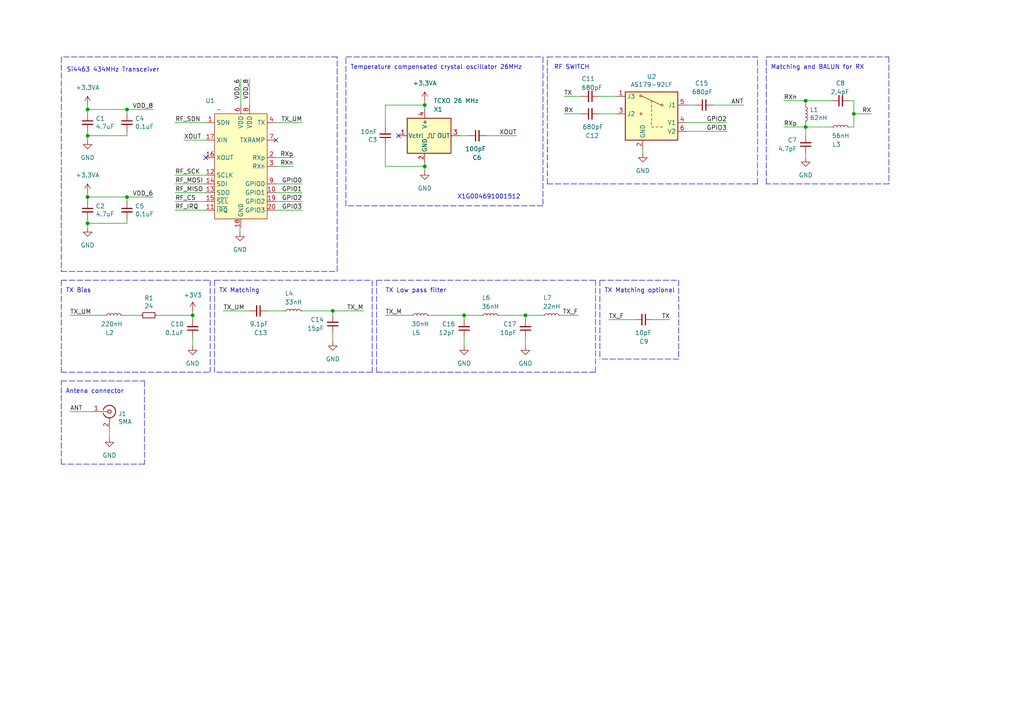
<source format=kicad_sch>
(kicad_sch (version 20211123) (generator eeschema)
  (paper "A4")
  (lib_symbols
    (symbol "Connector:Conn_Coaxial" (pin_names (offset 1.016) hide)
      (property "Reference" "J" (at 0.254 3.048 0))
      (property "Value" "Conn_Coaxial" (at 2.921 0 90))
      (symbol "Conn_Coaxial_0_1"
        (arc (start -1.778 -0.508) (mid 0.2311 -1.8066) (end 1.778 0) (stroke (width 0.254)))
        (polyline (pts (xy -2.54 0) (xy -0.508 0)))
        (polyline (pts (xy 0 -2.54) (xy 0 -1.778)))
        (circle (center 0 0) (radius 0.508) (stroke (width 0.2032)))
        (arc (start 1.778 0) (mid 0.2099 1.8101) (end -1.778 0.508) (stroke (width 0.254)))
      )
      (symbol "Conn_Coaxial_1_1"
        (pin passive line (at -5.08 0 0) (length 2.54) (name "In") (number "1"))
        (pin passive line (at 0 -5.08 90) (length 2.54) (name "Ext") (number "2"))
      )
    )
    (symbol "Device:C_Small" (pin_numbers hide) (pin_names (offset 0.254) hide)
      (property "Reference" "C" (at 0.254 1.778 0))
      (property "Value" "C_Small" (at 0.254 -2.032 0))
      (symbol "C_Small_0_1"
        (polyline (pts (xy -1.524 -0.508) (xy 1.524 -0.508)) (stroke (width 0.3302)))
        (polyline (pts (xy -1.524 0.508) (xy 1.524 0.508)) (stroke (width 0.3048)))
      )
      (symbol "C_Small_1_1"
        (pin passive line (at 0 2.54 270) (length 2.032) (name "~") (number "1"))
        (pin passive line (at 0 -2.54 90) (length 2.032) (name "~") (number "2"))
      )
    )
    (symbol "Device:L_Small" (pin_numbers hide) (pin_names (offset 0.254) hide)
      (property "Reference" "L" (at 0.762 1.016 0))
      (property "Value" "L_Small" (at 0.762 -1.016 0))
      (symbol "L_Small_0_1"
        (arc (start 0 -2.032) (mid 0.508 -1.524) (end 0 -1.016))
        (arc (start 0 -1.016) (mid 0.508 -0.508) (end 0 0))
        (arc (start 0 0) (mid 0.508 0.508) (end 0 1.016))
        (arc (start 0 1.016) (mid 0.508 1.524) (end 0 2.032))
      )
      (symbol "L_Small_1_1"
        (pin passive line (at 0 2.54 270) (length 0.508) (name "~") (number "1"))
        (pin passive line (at 0 -2.54 90) (length 0.508) (name "~") (number "2"))
      )
    )
    (symbol "Device:R_Small" (pin_numbers hide) (pin_names (offset 0.254) hide)
      (property "Reference" "R" (at 0.762 0.508 0))
      (property "Value" "R_Small" (at 0.762 -1.016 0))
      (symbol "R_Small_0_1"
        (rectangle (start -0.762 1.778) (end 0.762 -1.778) (stroke (width 0.2032)))
      )
      (symbol "R_Small_1_1"
        (pin passive line (at 0 2.54 270) (length 0.762) (name "~") (number "1"))
        (pin passive line (at 0 -2.54 90) (length 0.762) (name "~") (number "2"))
      )
    )
    (symbol "Oscillator:DFA-S15" (pin_names (offset 0.254))
      (property "Reference" "X" (at -5.08 6.35 0))
      (property "Value" "DFA-S15" (at 1.27 -6.35 0))
      (symbol "DFA-S15_0_1"
        (rectangle (start -5.08 5.08) (end 7.62 -5.08) (stroke (width 0.254)) (fill (type background)))
        (polyline (pts (xy 0.635 -0.635) (xy 1.27 -0.635) (xy 1.27 0.635) (xy 1.905 0.635) (xy 1.905 -0.635) (xy 2.54 -0.635) (xy 2.54 0.635) (xy 3.175 0.635)))
      )
      (symbol "DFA-S15_1_1"
        (pin input line (at -7.62 0 0) (length 2.54) (name "Vctrl") (number "1"))
        (pin power_in line (at 0 -7.62 90) (length 2.54) (name "GND") (number "2"))
        (pin output line (at 10.16 0 180) (length 2.54) (name "OUT") (number "3"))
        (pin power_in line (at 0 7.62 270) (length 2.54) (name "V+") (number "4"))
      )
    )
    (symbol "RF:Si4463"
      (property "Reference" "U" (at -6.35 16.51 0))
      (property "Value" "Si4463" (at 6.35 16.51 0))
      (symbol "Si4463_0_1"
        (rectangle (start -7.62 15.24) (end 7.62 -15.24) (fill (type background)))
        (rectangle (start 10.16 -15.24) (end 10.16 -15.24))
      )
      (symbol "Si4463_1_1"
        (pin input line (at -10.16 12.7 0) (length 2.54) (name "SDN") (number "1"))
        (pin bidirectional line (at 10.16 -7.62 180) (length 2.54) (name "GPIO1") (number "10"))
        (pin open_collector line (at -10.16 -12.7 0) (length 2.54) (name "~{IRQ}") (number "11"))
        (pin input line (at -10.16 -2.54 0) (length 2.54) (name "SCLK") (number "12"))
        (pin output line (at -10.16 -7.62 0) (length 2.54) (name "SDO") (number "13"))
        (pin input line (at -10.16 -5.08 0) (length 2.54) (name "SDI") (number "14"))
        (pin input line (at -10.16 -10.16 0) (length 2.54) (name "~{SEL}") (number "15"))
        (pin passive line (at -10.16 2.54 0) (length 2.54) (name "XOUT") (number "16"))
        (pin input line (at -10.16 7.62 0) (length 2.54) (name "XIN") (number "17"))
        (pin power_in line (at 0 -17.78 90) (length 2.54) (name "GND") (number "18"))
        (pin bidirectional line (at 10.16 -10.16 180) (length 2.54) (name "GPIO2") (number "19"))
        (pin input line (at 10.16 2.54 180) (length 2.54) (name "RXp") (number "2"))
        (pin bidirectional line (at 10.16 -12.7 180) (length 2.54) (name "GPIO3") (number "20"))
        (pin power_in line (at 0 -17.78 90) (length 2.54) hide (name "GND") (number "21"))
        (pin input line (at 10.16 0 180) (length 2.54) (name "RXn") (number "3"))
        (pin output line (at 10.16 12.7 180) (length 2.54) (name "TX") (number "4"))
        (pin no_connect line (at 7.62 -15.24 180) (length 2.54) hide (name "NC") (number "5"))
        (pin power_in line (at 0 17.78 270) (length 2.54) (name "VDD") (number "6"))
        (pin output line (at 10.16 7.62 180) (length 2.54) (name "TXRAMP") (number "7"))
        (pin power_in line (at 2.54 17.78 270) (length 2.54) (name "VDD") (number "8"))
        (pin bidirectional line (at 10.16 -5.08 180) (length 2.54) (name "GPIO0") (number "9"))
      )
    )
    (symbol "RF_Switch:AS179-92LF"
      (property "Reference" "U" (at -7.62 7.62 0))
      (property "Value" "AS179-92LF" (at 2.54 7.62 0))
      (symbol "AS179-92LF_1_1"
        (circle (center -3.048 2.54) (radius 0.2794))
        (polyline (pts (xy -3.175 -3.81) (xy -2.54 -3.81)))
        (polyline (pts (xy -2.794 2.54) (xy 2.921 5.207)))
        (polyline (pts (xy -1.905 -3.81) (xy -1.27 -3.81)))
        (polyline (pts (xy -0.635 -3.81) (xy 0 -3.81)))
        (polyline (pts (xy 0 -3.175) (xy 0 -2.54)))
        (polyline (pts (xy 0 -1.905) (xy 0 -1.27)))
        (polyline (pts (xy 0 -0.635) (xy 0 0)))
        (polyline (pts (xy 0 0.635) (xy 0 1.27)))
        (polyline (pts (xy 0 1.905) (xy 0 2.54)))
        (polyline (pts (xy 0 3.175) (xy 0 3.81)))
        (circle (center 3.048 0) (radius 0.2794))
        (circle (center 3.175 5.207) (radius 0.2794))
        (rectangle (start 7.62 -7.62) (end -7.62 6.35) (stroke (width 0.254)) (fill (type background)))
        (pin passive line (at 10.16 5.08 180) (length 2.54) (name "J3") (number "1"))
        (pin power_in line (at 2.54 -10.16 90) (length 2.54) (name "GND") (number "2"))
        (pin passive line (at 10.16 0 180) (length 2.54) (name "J2") (number "3"))
        (pin input line (at -10.16 -2.54 0) (length 2.54) (name "V1") (number "4"))
        (pin passive line (at -10.16 2.54 0) (length 2.54) (name "J1") (number "5"))
        (pin input line (at -10.16 -5.08 0) (length 2.54) (name "V2") (number "6"))
      )
    )
    (symbol "power:+3.3V" (power) (pin_names (offset 0))
      (property "Value" "+3.3V" (at 0 3.556 0))
      (symbol "+3.3V_0_1"
        (polyline (pts (xy -0.762 1.27) (xy 0 2.54)))
        (polyline (pts (xy 0 0) (xy 0 2.54)))
        (polyline (pts (xy 0 2.54) (xy 0.762 1.27)))
      )
      (symbol "+3.3V_1_1"
        (pin power_in line (at 0 0 90) (length 0) hide (name "+3V3") (number "1"))
      )
    )
    (symbol "power:+3.3VA" (power) (pin_names (offset 0))
      (property "Value" "+3.3VA" (at 0 3.556 0))
      (symbol "+3.3VA_0_1"
        (polyline (pts (xy -0.762 1.27) (xy 0 2.54)))
        (polyline (pts (xy 0 0) (xy 0 2.54)))
        (polyline (pts (xy 0 2.54) (xy 0.762 1.27)))
      )
      (symbol "+3.3VA_1_1"
        (pin power_in line (at 0 0 90) (length 0) hide (name "+3.3VA") (number "1"))
      )
    )
    (symbol "power:GND" (power) (pin_names (offset 0))
      (property "Value" "GND" (at 0 -3.81 0))
      (symbol "GND_0_1"
        (polyline (pts (xy 0 0) (xy 0 -1.27) (xy 1.27 -1.27) (xy 0 -2.54) (xy -1.27 -1.27) (xy 0 -1.27)))
      )
      (symbol "GND_1_1"
        (pin power_in line (at 0 0 270) (length 0) hide (name "GND") (number "1"))
      )
    )
  )
  (junction (at 25.4 39.37))
  (junction (at 233.68 36.83))
  (junction (at 123.19 30.48))
  (junction (at 55.88 91.44))
  (junction (at 25.4 57.15))
  (junction (at 36.83 57.15))
  (junction (at 247.65 33.02))
  (junction (at 25.4 64.77))
  (junction (at 25.4 31.75))
  (junction (at 152.4 91.44))
  (junction (at 123.19 48.26))
  (junction (at 233.68 29.21))
  (junction (at 36.83 31.75))
  (junction (at 96.52 90.17))
  (junction (at 134.62 91.44))
  (no_connect (at 59.69 45.72))
  (no_connect (at 115.57 39.37))
  (no_connect (at 80.01 40.64))
  (polyline (pts (xy 222.25 53.34) (xy 222.25 16.51)))
  (polyline (pts (xy 173.99 81.28) (xy 173.99 104.14)))
  (wire (pts (xy 111.76 48.26) (xy 111.76 41.91)))
  (polyline (pts (xy 62.23 81.28) (xy 107.95 81.28)))
  (wire (pts (xy 201.676 30.48) (xy 199.136 30.48)))
  (wire (pts (xy 96.52 99.06) (xy 96.52 96.52)))
  (wire (pts (xy 233.68 29.21) (xy 233.68 30.48)))
  (wire (pts (xy 233.68 39.37) (xy 233.68 36.83)))
  (wire (pts (xy 25.4 39.37) (xy 25.4 40.64)))
  (wire (pts (xy 178.816 27.94) (xy 173.736 27.94)))
  (wire (pts (xy 168.656 33.02) (xy 163.576 33.02)))
  (polyline (pts (xy 109.22 81.28) (xy 109.22 107.95)))
  (polyline (pts (xy 17.78 110.49) (xy 41.91 110.49)))
  (polyline (pts (xy 100.33 59.69) (xy 100.33 16.51)))
  (wire (pts (xy 55.88 90.17) (xy 55.88 91.44)))
  (polyline (pts (xy 257.81 16.51) (xy 257.81 53.34)))
  (polyline (pts (xy 62.23 81.28) (xy 62.23 107.95)))
  (wire (pts (xy 80.01 35.56) (xy 87.63 35.56)))
  (wire (pts (xy 206.756 30.48) (xy 215.646 30.48)))
  (polyline (pts (xy 17.78 107.95) (xy 60.96 107.95)))
  (wire (pts (xy 241.3 29.21) (xy 233.68 29.21)))
  (polyline (pts (xy 196.85 104.14) (xy 173.99 104.14)))
  (wire (pts (xy 227.33 36.83) (xy 233.68 36.83)))
  (wire (pts (xy 123.19 49.53) (xy 123.19 48.26)))
  (wire (pts (xy 20.32 91.44) (xy 30.48 91.44)))
  (polyline (pts (xy 222.25 16.51) (xy 257.81 16.51)))
  (wire (pts (xy 157.48 91.44) (xy 152.4 91.44)))
  (polyline (pts (xy 41.91 110.49) (xy 41.91 134.62)))
  (wire (pts (xy 80.01 60.96) (xy 87.63 60.96)))
  (wire (pts (xy 199.136 35.56) (xy 210.82 35.56)))
  (wire (pts (xy 50.8 55.88) (xy 59.69 55.88)))
  (wire (pts (xy 189.23 92.71) (xy 194.31 92.71)))
  (wire (pts (xy 69.85 22.86) (xy 69.85 30.48)))
  (wire (pts (xy 50.8 53.34) (xy 59.69 53.34)))
  (polyline (pts (xy 100.33 16.51) (xy 157.48 16.51)))
  (wire (pts (xy 184.15 92.71) (xy 176.53 92.71)))
  (polyline (pts (xy 257.81 53.34) (xy 222.25 53.34)))
  (wire (pts (xy 246.38 36.83) (xy 247.65 36.83)))
  (wire (pts (xy 168.656 27.94) (xy 163.576 27.94)))
  (wire (pts (xy 50.8 50.8) (xy 59.69 50.8)))
  (wire (pts (xy 233.68 36.83) (xy 241.3 36.83)))
  (wire (pts (xy 55.88 100.33) (xy 55.88 97.79)))
  (wire (pts (xy 80.01 53.34) (xy 87.63 53.34)))
  (wire (pts (xy 144.78 91.44) (xy 152.4 91.44)))
  (polyline (pts (xy 60.96 81.28) (xy 60.96 107.95)))
  (wire (pts (xy 25.4 57.15) (xy 36.83 57.15)))
  (wire (pts (xy 186.436 44.45) (xy 186.436 43.18)))
  (polyline (pts (xy 17.78 16.51) (xy 17.78 78.74)))
  (wire (pts (xy 25.4 39.37) (xy 36.83 39.37)))
  (wire (pts (xy 72.39 22.86) (xy 72.39 30.48)))
  (wire (pts (xy 53.34 40.64) (xy 59.69 40.64)))
  (wire (pts (xy 123.19 46.99) (xy 123.19 48.26)))
  (wire (pts (xy 247.65 33.02) (xy 247.65 29.21)))
  (wire (pts (xy 55.88 91.44) (xy 55.88 92.71)))
  (polyline (pts (xy 97.79 78.74) (xy 97.79 16.51)))
  (wire (pts (xy 247.65 29.21) (xy 246.38 29.21)))
  (polyline (pts (xy 219.71 53.34) (xy 219.71 16.51)))
  (polyline (pts (xy 107.95 81.28) (xy 107.95 107.95)))
  (wire (pts (xy 152.4 91.44) (xy 152.4 92.71)))
  (wire (pts (xy 80.01 45.72) (xy 85.09 45.72)))
  (wire (pts (xy 36.83 57.15) (xy 36.83 58.42)))
  (polyline (pts (xy 41.91 134.62) (xy 17.78 134.62)))
  (wire (pts (xy 25.4 55.88) (xy 25.4 57.15)))
  (wire (pts (xy 124.46 91.44) (xy 134.62 91.44)))
  (wire (pts (xy 87.63 90.17) (xy 96.52 90.17)))
  (polyline (pts (xy 172.72 107.95) (xy 172.72 81.28)))
  (wire (pts (xy 162.56 91.44) (xy 167.64 91.44)))
  (wire (pts (xy 227.33 29.21) (xy 233.68 29.21)))
  (wire (pts (xy 50.8 58.42) (xy 59.69 58.42)))
  (polyline (pts (xy 158.75 53.34) (xy 219.71 53.34)))
  (wire (pts (xy 152.4 100.33) (xy 152.4 97.79)))
  (wire (pts (xy 25.4 31.75) (xy 25.4 33.02)))
  (wire (pts (xy 135.89 39.37) (xy 133.35 39.37)))
  (polyline (pts (xy 157.48 16.51) (xy 157.48 59.69)))
  (wire (pts (xy 25.4 30.48) (xy 25.4 31.75)))
  (wire (pts (xy 40.64 91.44) (xy 35.56 91.44)))
  (wire (pts (xy 44.45 31.75) (xy 36.83 31.75)))
  (wire (pts (xy 69.596 67.31) (xy 69.596 66.04)))
  (wire (pts (xy 25.4 64.77) (xy 36.83 64.77)))
  (wire (pts (xy 25.4 38.1) (xy 25.4 39.37)))
  (polyline (pts (xy 17.78 78.74) (xy 97.79 78.74)))
  (wire (pts (xy 31.75 127) (xy 31.75 124.46)))
  (wire (pts (xy 199.136 38.1) (xy 210.82 38.1)))
  (wire (pts (xy 134.62 91.44) (xy 134.62 92.71)))
  (wire (pts (xy 44.45 57.15) (xy 36.83 57.15)))
  (wire (pts (xy 25.4 63.5) (xy 25.4 64.77)))
  (wire (pts (xy 140.97 39.37) (xy 149.86 39.37)))
  (wire (pts (xy 77.47 90.17) (xy 82.55 90.17)))
  (polyline (pts (xy 107.95 107.95) (xy 62.23 107.95)))
  (wire (pts (xy 123.19 48.26) (xy 111.76 48.26)))
  (wire (pts (xy 80.01 48.26) (xy 85.09 48.26)))
  (polyline (pts (xy 173.99 81.28) (xy 196.85 81.28)))
  (wire (pts (xy 36.83 64.77) (xy 36.83 63.5)))
  (polyline (pts (xy 158.75 16.51) (xy 219.71 16.51)))
  (wire (pts (xy 247.65 33.02) (xy 252.73 33.02)))
  (wire (pts (xy 45.72 91.44) (xy 55.88 91.44)))
  (wire (pts (xy 72.39 90.17) (xy 64.77 90.17)))
  (wire (pts (xy 123.19 30.48) (xy 111.76 30.48)))
  (wire (pts (xy 173.736 33.02) (xy 178.816 33.02)))
  (wire (pts (xy 111.76 30.48) (xy 111.76 36.83)))
  (polyline (pts (xy 17.78 81.28) (xy 17.78 107.95)))
  (polyline (pts (xy 97.79 16.51) (xy 17.78 16.51)))
  (wire (pts (xy 80.01 58.42) (xy 87.63 58.42)))
  (wire (pts (xy 50.8 35.56) (xy 59.69 35.56)))
  (wire (pts (xy 25.4 64.77) (xy 25.4 66.04)))
  (wire (pts (xy 36.83 31.75) (xy 36.83 33.02)))
  (wire (pts (xy 233.68 45.72) (xy 233.68 44.45)))
  (wire (pts (xy 80.01 55.88) (xy 87.63 55.88)))
  (wire (pts (xy 96.52 90.17) (xy 105.41 90.17)))
  (wire (pts (xy 134.62 100.33) (xy 134.62 97.79)))
  (polyline (pts (xy 196.85 81.28) (xy 196.85 104.14)))
  (polyline (pts (xy 158.75 53.34) (xy 158.75 16.51)))
  (polyline (pts (xy 17.78 81.28) (xy 60.96 81.28)))
  (wire (pts (xy 26.67 119.38) (xy 20.32 119.38)))
  (polyline (pts (xy 157.48 59.69) (xy 100.33 59.69)))
  (polyline (pts (xy 109.22 107.95) (xy 172.72 107.95)))
  (wire (pts (xy 123.19 29.21) (xy 123.19 30.48)))
  (wire (pts (xy 96.52 91.44) (xy 96.52 90.17)))
  (wire (pts (xy 111.76 91.44) (xy 119.38 91.44)))
  (polyline (pts (xy 17.78 134.62) (xy 17.78 110.49)))
  (wire (pts (xy 123.19 30.48) (xy 123.19 31.75)))
  (wire (pts (xy 247.65 36.83) (xy 247.65 33.02)))
  (polyline (pts (xy 109.22 81.28) (xy 172.72 81.28)))
  (wire (pts (xy 139.7 91.44) (xy 134.62 91.44)))
  (wire (pts (xy 233.68 36.83) (xy 233.68 35.56)))
  (wire (pts (xy 25.4 31.75) (xy 36.83 31.75)))
  (wire (pts (xy 50.8 60.96) (xy 59.69 60.96)))
  (wire (pts (xy 25.4 57.15) (xy 25.4 58.42)))
  (wire (pts (xy 36.83 39.37) (xy 36.83 38.1)))
  (text "Si4463 434MHz Transceiver" (at 19.304 21.082 0) (effects (font (size 1.27 1.27)) (justify left bottom)))
  (text "Temperature compensated crystal oscillator 26MHz" (at 101.6 20.32 0) (effects (font (size 1.27 1.27)) (justify left bottom)))
  (text "TX Bias" (at 19.05 85.09 0) (effects (font (size 1.27 1.27)) (justify left bottom)))
  (text "RF SWITCH\n" (at 160.655 20.32 0) (effects (font (size 1.27 1.27)) (justify left bottom)))
  (text "Antena connector" (at 19.05 114.3 0) (effects (font (size 1.27 1.27)) (justify left bottom)))
  (text "TX Low pass filter" (at 111.76 85.09 0) (effects (font (size 1.27 1.27)) (justify left bottom)))
  (text "Matching and BALUN for RX" (at 223.52 20.32 0) (effects (font (size 1.27 1.27)) (justify left bottom)))
  (text "X1G004691001512\n" (at 132.588 57.912 0) (effects (font (size 1.27 1.27)) (justify left bottom)))
  (text "TX Matching" (at 63.5 85.09 0) (effects (font (size 1.27 1.27)) (justify left bottom)))
  (text "TX Matching optional" (at 175.26 85.09 0) (effects (font (size 1.27 1.27)) (justify left bottom)))
  (label "TX" (at 163.576 27.94 0))
  (label "GPIO1" (at 87.63 55.88 180))
  (label "RF_SDN" (at 50.8 35.56 0))
  (label "TX" (at 194.31 92.71 180))
  (label "TX_F" (at 176.53 92.71 0))
  (label "VDD_8" (at 44.45 31.75 180))
  (label "TX_UM" (at 20.32 91.44 0))
  (label "RF_CS" (at 50.8 58.42 0))
  (label "RXn" (at 227.33 29.21 0))
  (label "GPIO0" (at 87.63 53.34 180))
  (label "RXp" (at 85.09 45.72 180))
  (label "VDD_6" (at 69.85 22.86 270))
  (label "ANT" (at 215.646 30.48 180))
  (label "XOUT" (at 149.86 39.37 180))
  (label "RXp" (at 227.33 36.83 0))
  (label "RF_MOSI" (at 50.8 53.34 0))
  (label "RX" (at 163.576 33.02 0))
  (label "TX_UM" (at 87.63 35.56 180))
  (label "TX_F" (at 167.64 91.44 180))
  (label "RX" (at 252.73 33.02 180))
  (label "RF_IRQ" (at 50.8 60.96 0))
  (label "XOUT" (at 53.34 40.64 0))
  (label "GPIO3" (at 210.82 38.1 180))
  (label "TX_M" (at 105.41 90.17 180))
  (label "GPIO2" (at 210.82 35.56 180))
  (label "VDD_6" (at 44.45 57.15 180))
  (label "VDD_8" (at 72.39 22.86 270))
  (label "RXn" (at 85.09 48.26 180))
  (label "TX_UM" (at 64.77 90.17 0))
  (label "TX_M" (at 111.76 91.44 0))
  (label "RF_SCK" (at 50.8 50.8 0))
  (label "GPIO2" (at 87.63 58.42 180))
  (label "ANT" (at 20.32 119.38 0))
  (label "RF_MISO" (at 50.8 55.88 0))
  (label "GPIO3" (at 87.63 60.96 180))
  (symbol (lib_id "Device:C_Small") (at 138.43 39.37 90) (unit 1)
    (property "Reference" "C6" (at 139.7 45.72 90) (effects (justify left)))
    (property "Value" "100pF" (at 140.97 43.18 90) (effects (justify left)))
    (property "Footprint" "Capacitor_SMD:C_0402_1005Metric" (effects hide))
  )
  (symbol (lib_id "Device:C_Small") (at 96.52 93.98 180) (unit 1)
    (property "Reference" "C14" (at 93.98 92.71 0) (effects (justify left)))
    (property "Value" "15pF" (at 93.98 95.25 0) (effects (justify left)))
    (property "Footprint" "Capacitor_SMD:C_0402_1005Metric" (effects hide))
  )
  (symbol (lib_id "Device:C_Small") (at 111.76 39.37 180) (unit 1)
    (property "Reference" "C3" (at 109.4232 40.5384 0) (effects (justify left)))
    (property "Value" "10nF" (at 109.4232 38.227 0) (effects (justify left)))
    (property "Footprint" "Capacitor_SMD:C_0402_1005Metric" (effects hide))
  )
  (symbol (lib_id "Device:C_Small") (at 25.4 35.56 0) (unit 1)
    (property "Reference" "C1" (at 27.7368 34.3916 0) (effects (justify left)))
    (property "Value" "4.7uF" (at 27.7368 36.703 0) (effects (justify left)))
    (property "Footprint" "Capacitor_SMD:C_0603_1608Metric" (effects hide))
  )
  (symbol (lib_id "power:GND") (at 233.68 45.72 0) (unit 1)
    (property "Reference" "#PWR0103" (effects hide))
    (property "Value" "GND" (at 233.68 50.8 0))
  )
  (symbol (lib_id "power:+3.3VA") (at 123.19 29.21 0) (unit 1)
    (property "Reference" "#PWR?" (effects hide))
    (property "Value" "+3.3VA" (at 123.19 24.13 0))
  )
  (symbol (lib_id "Device:C_Small") (at 233.68 41.91 180) (unit 1)
    (property "Reference" "C7" (at 231.14 40.64 0) (effects (justify left)))
    (property "Value" "4.7pF" (at 231.14 43.18 0) (effects (justify left)))
    (property "Footprint" "Capacitor_SMD:C_0402_1005Metric" (effects hide))
  )
  (symbol (lib_id "Device:C_Small") (at 171.196 33.02 90) (unit 1)
    (property "Reference" "C12" (at 173.736 39.37 90) (effects (justify left)))
    (property "Value" "680pF" (at 175.006 36.83 90) (effects (justify left)))
    (property "Footprint" "Capacitor_SMD:C_0402_1005Metric" (effects hide))
  )
  (symbol (lib_id "power:GND") (at 25.4 40.64 0) (unit 1)
    (property "Reference" "#PWR0107" (effects hide))
    (property "Value" "GND" (at 25.4 45.72 0))
  )
  (symbol (lib_id "Device:L_Small") (at 160.02 91.44 90) (unit 1)
    (property "Reference" "L7" (at 160.02 86.36 90) (effects (justify left)))
    (property "Value" "22nH" (at 162.56 88.9 90) (effects (justify left)))
    (property "Footprint" "Inductor_SMD:L_0402_1005Metric" (effects hide))
  )
  (symbol (lib_id "Device:C_Small") (at 36.83 35.56 0) (unit 1)
    (property "Reference" "C4" (at 39.1668 34.3916 0) (effects (justify left)))
    (property "Value" "0.1uF" (at 39.1668 36.703 0) (effects (justify left)))
    (property "Footprint" "Capacitor_SMD:C_0402_1005Metric" (effects hide))
  )
  (symbol (lib_id "power:GND") (at 25.4 66.04 0) (unit 1)
    (property "Reference" "#PWR0109" (effects hide))
    (property "Value" "GND" (at 25.4 71.12 0))
  )
  (symbol (lib_id "Device:L_Small") (at 243.84 36.83 90) (unit 1)
    (property "Reference" "L3" (at 243.84 41.91 90) (effects (justify left)))
    (property "Value" "56nH" (at 246.38 39.37 90) (effects (justify left)))
    (property "Footprint" "Inductor_SMD:L_0402_1005Metric" (effects hide))
  )
  (symbol (lib_id "Device:C_Small") (at 134.62 95.25 180) (unit 1)
    (property "Reference" "C16" (at 132.08 93.98 0) (effects (justify left)))
    (property "Value" "12pF" (at 132.08 96.52 0) (effects (justify left)))
    (property "Footprint" "Capacitor_SMD:C_0402_1005Metric" (effects hide))
  )
  (symbol (lib_id "Device:C_Small") (at 152.4 95.25 180) (unit 1)
    (property "Reference" "C17" (at 149.86 93.98 0) (effects (justify left)))
    (property "Value" "10pF" (at 149.86 96.52 0) (effects (justify left)))
    (property "Footprint" "Capacitor_SMD:C_0402_1005Metric" (effects hide))
  )
  (symbol (lib_id "Device:C_Small") (at 25.4 60.96 0) (unit 1)
    (property "Reference" "C2" (at 27.7368 59.7916 0) (effects (justify left)))
    (property "Value" "4.7uF" (at 27.7368 62.103 0) (effects (justify left)))
    (property "Footprint" "Capacitor_SMD:C_0603_1608Metric" (effects hide))
  )
  (symbol (lib_id "RF:Si4463") (at 69.85 48.26 0) (unit 1)
    (property "Reference" "U1" (at 60.96 29.21 0))
    (property "Value" "~" (at 63.5 31.75 0))
    (property "Datasheet" "https://www.silabs.com/documents/public/data-sheets/Si4464-63-61-60.pdf" (effects hide))
  )
  (symbol (lib_id "Device:C_Small") (at 55.88 95.25 180) (unit 1)
    (property "Reference" "C10" (at 53.34 93.98 0) (effects (justify left)))
    (property "Value" "0.1uF" (at 53.34 96.52 0) (effects (justify left)))
    (property "Footprint" "Capacitor_SMD:C_0402_1005Metric" (effects hide))
  )
  (symbol (lib_id "power:GND") (at 96.52 99.06 0) (unit 1)
    (property "Reference" "#PWR0102" (effects hide))
    (property "Value" "GND" (at 96.52 104.14 0))
  )
  (symbol (lib_id "Oscillator:DFA-S15") (at 123.19 39.37 0) (unit 1)
    (property "Reference" "X1" (at 125.73 31.75 0) (effects (justify left)))
    (property "Value" "TCXO 26 MHz" (at 125.73 29.21 0) (effects (justify left)))
    (property "Footprint" "Crystal:Crystal_SMD_2016-4Pin_2.0x1.6mm" (effects hide))
    (property "Datasheet" "http://www.metatech.com.hk/product/fordahl/pdf/2002%20TCXO%20Page%2043-58.pdf" (effects hide))
  )
  (symbol (lib_id "power:GND") (at 69.596 67.31 0) (unit 1)
    (property "Reference" "#PWR0115" (effects hide))
    (property "Value" "GND" (at 69.596 72.39 0))
  )
  (symbol (lib_id "Device:L_Small") (at 121.92 91.44 90) (unit 1)
    (property "Reference" "L5" (at 121.92 96.52 90) (effects (justify left)))
    (property "Value" "30nH" (at 124.46 93.98 90) (effects (justify left)))
    (property "Footprint" "Inductor_SMD:L_0402_1005Metric" (effects hide))
  )
  (symbol (lib_id "power:GND") (at 186.436 44.45 0) (unit 1)
    (property "Reference" "#PWR0101" (effects hide))
    (property "Value" "GND" (at 186.436 49.53 0))
  )
  (symbol (lib_id "power:GND") (at 134.62 100.33 0) (unit 1)
    (property "Reference" "#PWR0112" (effects hide))
    (property "Value" "GND" (at 134.62 105.41 0))
  )
  (symbol (lib_id "power:GND") (at 55.88 100.33 0) (unit 1)
    (property "Reference" "#PWR0113" (effects hide))
    (property "Value" "GND" (at 55.88 105.41 0))
  )
  (symbol (lib_id "Device:L_Small") (at 142.24 91.44 90) (unit 1)
    (property "Reference" "L6" (at 142.24 86.36 90) (effects (justify left)))
    (property "Value" "36nH" (at 144.78 88.9 90) (effects (justify left)))
    (property "Footprint" "Inductor_SMD:L_0402_1005Metric" (effects hide))
  )
  (symbol (lib_id "Device:C_Small") (at 186.69 92.71 270) (unit 1)
    (property "Reference" "C9" (at 185.42 99.06 90) (effects (justify left)))
    (property "Value" "10pF" (at 184.15 96.52 90) (effects (justify left)))
    (property "Footprint" "Capacitor_SMD:C_0402_1005Metric" (effects hide))
  )
  (symbol (lib_id "Device:R_Small") (at 43.18 91.44 270) (unit 1)
    (property "Reference" "R1" (at 43.18 86.4616 90))
    (property "Value" "24" (at 43.18 88.773 90))
    (property "Footprint" "Resistor_SMD:R_0603_1608Metric" (effects hide))
  )
  (symbol (lib_id "power:+3.3V") (at 55.88 90.17 0) (unit 1)
    (property "Reference" "#PWR0114" (effects hide))
    (property "Value" "+3.3V" (at 55.88 85.598 0))
  )
  (symbol (lib_id "Connector:Conn_Coaxial") (at 31.75 119.38 0) (unit 1)
    (property "Reference" "J1" (at 34.29 120.015 0) (effects (justify left)))
    (property "Value" "SMA" (at 34.29 122.3264 0) (effects (justify left)))
    (property "Footprint" "Connector_Coaxial:SMA_Molex_73251-1153_EdgeMount_Horizontal" (effects hide))
    (property "Datasheet" " ~" (effects hide))
  )
  (symbol (lib_id "power:GND") (at 123.19 49.53 0) (unit 1)
    (property "Reference" "#PWR0104" (effects hide))
    (property "Value" "GND" (at 123.19 54.61 0))
  )
  (symbol (lib_id "Device:L_Small") (at 33.02 91.44 90) (unit 1)
    (property "Reference" "L2" (at 33.02 96.52 90) (effects (justify left)))
    (property "Value" "220nH" (at 35.56 93.98 90) (effects (justify left)))
    (property "Footprint" "Inductor_SMD:L_0603_1608Metric" (effects hide))
  )
  (symbol (lib_id "Device:C_Small") (at 171.196 27.94 270) (unit 1)
    (property "Reference" "C11" (at 168.656 22.86 90) (effects (justify left)))
    (property "Value" "680pF" (at 168.656 25.4 90) (effects (justify left)))
    (property "Footprint" "Capacitor_SMD:C_0402_1005Metric" (effects hide))
  )
  (symbol (lib_id "Device:C_Small") (at 243.84 29.21 90) (unit 1)
    (property "Reference" "C8" (at 245.11 24.13 90) (effects (justify left)))
    (property "Value" "2.4pF" (at 246.38 26.67 90) (effects (justify left)))
    (property "Footprint" "Capacitor_SMD:C_0402_1005Metric" (effects hide))
  )
  (symbol (lib_id "Device:C_Small") (at 36.83 60.96 0) (unit 1)
    (property "Reference" "C5" (at 39.1668 59.7916 0) (effects (justify left)))
    (property "Value" "0.1uF" (at 39.1668 62.103 0) (effects (justify left)))
    (property "Footprint" "Capacitor_SMD:C_0402_1005Metric" (effects hide))
  )
  (symbol (lib_id "RF_Switch:AS179-92LF") (at 188.976 33.02 0) (mirror y) (unit 1)
    (property "Reference" "U2" (at 188.976 22.225 0))
    (property "Value" "AS179-92LF" (at 188.976 24.5364 0))
    (property "Footprint" "Package_TO_SOT_SMD:SOT-363_SC-70-6" (effects hide))
    (property "Datasheet" "http://www.skyworksinc.com/uploads/documents/AS179_92LF_200176H.pdf" (effects hide))
  )
  (symbol (lib_id "Device:L_Small") (at 85.09 90.17 90) (unit 1)
    (property "Reference" "L4" (at 85.09 85.09 90) (effects (justify left)))
    (property "Value" "33nH" (at 87.63 87.63 90) (effects (justify left)))
    (property "Footprint" "Inductor_SMD:L_0402_1005Metric" (effects hide))
  )
  (symbol (lib_id "power:+3.3VA") (at 25.4 55.88 0) (unit 1)
    (property "Reference" "#PWR?" (effects hide))
    (property "Value" "+3.3VA" (at 25.4 50.8 0))
  )
  (symbol (lib_id "power:GND") (at 31.75 127 0) (unit 1)
    (property "Reference" "#PWR0105" (effects hide))
    (property "Value" "GND" (at 31.75 132.08 0))
  )
  (symbol (lib_id "Device:C_Small") (at 204.216 30.48 90) (unit 1)
    (property "Reference" "C15" (at 205.486 24.13 90) (effects (justify left)))
    (property "Value" "680pF" (at 206.756 26.67 90) (effects (justify left)))
    (property "Footprint" "Capacitor_SMD:C_0402_1005Metric" (effects hide))
  )
  (symbol (lib_id "power:GND") (at 152.4 100.33 0) (unit 1)
    (property "Reference" "#PWR0111" (effects hide))
    (property "Value" "GND" (at 152.4 105.41 0))
  )
  (symbol (lib_id "Device:L_Small") (at 233.68 33.02 0) (unit 1)
    (property "Reference" "L1" (at 234.8992 31.8516 0) (effects (justify left)))
    (property "Value" "62nH" (at 234.8992 34.163 0) (effects (justify left)))
    (property "Footprint" "Inductor_SMD:L_0402_1005Metric" (effects hide))
  )
  (symbol (lib_id "Device:C_Small") (at 74.93 90.17 270) (unit 1)
    (property "Reference" "C13" (at 73.66 96.52 90) (effects (justify left)))
    (property "Value" "9.1pF" (at 72.39 93.98 90) (effects (justify left)))
    (property "Footprint" "Capacitor_SMD:C_0402_1005Metric" (effects hide))
  )
  (symbol (lib_id "power:+3.3VA") (at 25.4 30.48 0) (unit 1)
    (property "Reference" "#PWR?" (effects hide))
    (property "Value" "+3.3VA" (at 25.4 25.4 0))
  )
)
</source>
